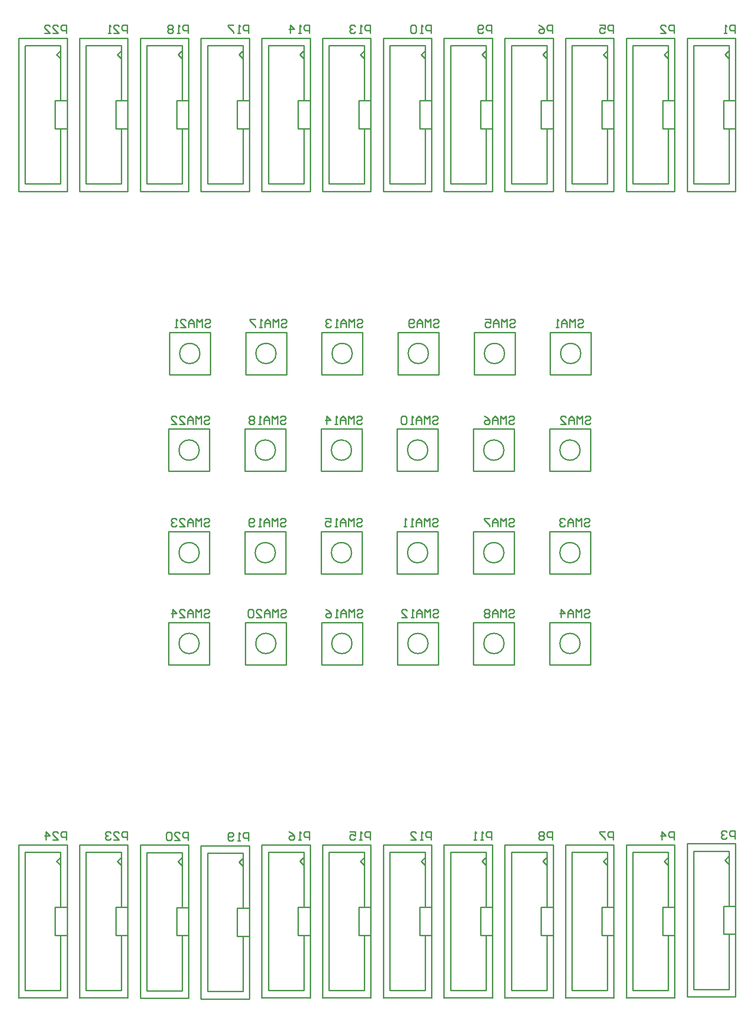
<source format=gbo>
G04*
G04 #@! TF.GenerationSoftware,Altium Limited,Altium Designer,23.7.1 (13)*
G04*
G04 Layer_Color=32896*
%FSLAX44Y44*%
%MOMM*%
G71*
G04*
G04 #@! TF.SameCoordinates,18148A51-D3F6-497A-8191-E25F5C0AB562*
G04*
G04*
G04 #@! TF.FilePolarity,Positive*
G04*
G01*
G75*
%ADD11C,0.2540*%
D11*
X490568Y1135465D02*
G03*
X490568Y1135465I-18880J0D01*
G01*
X1059782Y1315466D02*
G03*
X1059782Y1315466I-18880J0D01*
G01*
X916526Y944541D02*
G03*
X916526Y944541I-18880J0D01*
G01*
X633824Y1315466D02*
G03*
X633824Y1315466I-18880J0D01*
G01*
X490568Y944541D02*
G03*
X490568Y944541I-18880J0D01*
G01*
X1058512Y1135465D02*
G03*
X1058512Y1135465I-18880J0D01*
G01*
X916780Y775462D02*
G03*
X916780Y775462I-18880J0D01*
G01*
X632554Y1135465D02*
G03*
X632554Y1135465I-18880J0D01*
G01*
X491584Y775462D02*
G03*
X491584Y775462I-18880J0D01*
G01*
X1058512Y944541D02*
G03*
X1058512Y944541I-18880J0D01*
G01*
X775048Y775462D02*
G03*
X775048Y775462I-18880J0D01*
G01*
X632554Y944541D02*
G03*
X632554Y944541I-18880J0D01*
G01*
X349852Y1315466D02*
G03*
X349852Y1315466I-18880J0D01*
G01*
X1058512Y775462D02*
G03*
X1058512Y775462I-18880J0D01*
G01*
X633316D02*
G03*
X633316Y775462I-18880J0D01*
G01*
X774540Y944541D02*
G03*
X774540Y944541I-18880J0D01*
G01*
X348582Y1135465D02*
G03*
X348582Y1135465I-18880J0D01*
G01*
X917796Y1315466D02*
G03*
X917796Y1315466I-18880J0D01*
G01*
X491838D02*
G03*
X491838Y1315466I-18880J0D01*
G01*
X774540Y1135465D02*
G03*
X774540Y1135465I-18880J0D01*
G01*
X348582Y944541D02*
G03*
X348582Y944541I-18880J0D01*
G01*
X916526Y1135465D02*
G03*
X916526Y1135465I-18880J0D01*
G01*
X775810Y1315466D02*
G03*
X775810Y1315466I-18880J0D01*
G01*
X348582Y775462D02*
G03*
X348582Y775462I-18880J0D01*
G01*
X433588Y1096095D02*
Y1174835D01*
Y1096095D02*
X509788D01*
Y1174835D01*
X433588D02*
X509788D01*
X125208Y1617469D02*
X215208D01*
X137486Y1631440D02*
X203186D01*
X125208Y1617419D02*
Y1902432D01*
Y1902711D02*
X215208D01*
X137486Y1888488D02*
X203186D01*
X215378Y1617218D02*
Y1902178D01*
X137400Y1631417D02*
Y1888401D01*
X195820Y1871723D02*
X202170Y1878073D01*
X195820Y1871723D02*
X202678Y1864866D01*
X202932D01*
X193534Y1786125D02*
X215124D01*
X193026Y1734055D02*
Y1786125D01*
Y1734055D02*
X215124D01*
X215378Y1733802D01*
X203440Y1786380D02*
Y1888488D01*
X203186Y1786125D02*
X203440Y1786380D01*
Y1733802D02*
X203694D01*
X203440Y1631440D02*
Y1733802D01*
X1257808Y1617469D02*
X1347808D01*
X1270086Y1631440D02*
X1335786D01*
X1257808Y1617419D02*
Y1902432D01*
Y1902711D02*
X1347808D01*
X1270086Y1888488D02*
X1335786D01*
X1347978Y1617218D02*
Y1902178D01*
X1270000Y1631417D02*
Y1888401D01*
X1328420Y1871723D02*
X1334770Y1878073D01*
X1328420Y1871723D02*
X1335278Y1864866D01*
X1335532D01*
X1326134Y1786125D02*
X1347724D01*
X1325626Y1734055D02*
Y1786125D01*
Y1734055D02*
X1347724D01*
X1347978Y1733802D01*
X1336040Y1786380D02*
Y1888488D01*
X1335786Y1786125D02*
X1336040Y1786380D01*
Y1733802D02*
X1336294D01*
X1336040Y1631440D02*
Y1733802D01*
X1031288Y115568D02*
X1121288D01*
X1043566Y129537D02*
X1109266D01*
X1031288Y115517D02*
Y400530D01*
Y400810D02*
X1121288D01*
X1043566Y386586D02*
X1109266D01*
X1121458Y115316D02*
Y400276D01*
X1043480Y129515D02*
Y386499D01*
X1101900Y369822D02*
X1108250Y376171D01*
X1101900Y369822D02*
X1108758Y362963D01*
X1109012D01*
X1099614Y284223D02*
X1121204D01*
X1099106Y232153D02*
Y284223D01*
Y232153D02*
X1121204D01*
X1121458Y231900D01*
X1109520Y284478D02*
Y386586D01*
X1109266Y284223D02*
X1109520Y284478D01*
Y231900D02*
X1109774D01*
X1109520Y129537D02*
Y231900D01*
X578248Y1617469D02*
X668248D01*
X590526Y1631440D02*
X656226D01*
X578248Y1617419D02*
Y1902432D01*
Y1902711D02*
X668248D01*
X590526Y1888488D02*
X656226D01*
X668418Y1617218D02*
Y1902178D01*
X590440Y1631417D02*
Y1888401D01*
X648860Y1871723D02*
X655210Y1878073D01*
X648860Y1871723D02*
X655718Y1864866D01*
X655972D01*
X646574Y1786125D02*
X668164D01*
X646066Y1734055D02*
Y1786125D01*
Y1734055D02*
X668164D01*
X668418Y1733802D01*
X656480Y1786380D02*
Y1888488D01*
X656226Y1786125D02*
X656480Y1786380D01*
Y1733802D02*
X656734D01*
X656480Y1631440D02*
Y1733802D01*
X351728Y113792D02*
X441728D01*
X364006Y127762D02*
X429706D01*
X351728Y113741D02*
Y398755D01*
Y399034D02*
X441728D01*
X364006Y384810D02*
X429706D01*
X441898Y113540D02*
Y398501D01*
X363920Y127739D02*
Y384724D01*
X422340Y368046D02*
X428690Y374396D01*
X422340Y368046D02*
X429198Y361188D01*
X429452D01*
X420054Y282448D02*
X441644D01*
X419546Y230378D02*
Y282448D01*
Y230378D02*
X441644D01*
X441898Y230124D01*
X429960Y282702D02*
Y384810D01*
X429706Y282448D02*
X429960Y282702D01*
Y230124D02*
X430214D01*
X429960Y127762D02*
Y230124D01*
X1144548Y1617469D02*
X1234548D01*
X1156826Y1631440D02*
X1222526D01*
X1144548Y1617419D02*
Y1902432D01*
Y1902711D02*
X1234548D01*
X1156826Y1888488D02*
X1222526D01*
X1234718Y1617218D02*
Y1902178D01*
X1156740Y1631417D02*
Y1888401D01*
X1215160Y1871723D02*
X1221510Y1878073D01*
X1215160Y1871723D02*
X1222018Y1864866D01*
X1222272D01*
X1212874Y1786125D02*
X1234464D01*
X1212366Y1734055D02*
Y1786125D01*
Y1734055D02*
X1234464D01*
X1234718Y1733802D01*
X1222780Y1786380D02*
Y1888488D01*
X1222526Y1786125D02*
X1222780Y1786380D01*
Y1733802D02*
X1223034D01*
X1222780Y1631440D02*
Y1733802D01*
X918028Y115568D02*
X1008028D01*
X930306Y129537D02*
X996006D01*
X918028Y115517D02*
Y400530D01*
Y400810D02*
X1008028D01*
X930306Y386586D02*
X996006D01*
X1008198Y115316D02*
Y400276D01*
X930220Y129515D02*
Y386499D01*
X988640Y369822D02*
X994990Y376171D01*
X988640Y369822D02*
X995498Y362963D01*
X995752D01*
X986354Y284223D02*
X1007944D01*
X985846Y232153D02*
Y284223D01*
Y232153D02*
X1007944D01*
X1008198Y231900D01*
X996260Y284478D02*
Y386586D01*
X996006Y284223D02*
X996260Y284478D01*
Y231900D02*
X996514D01*
X996260Y129537D02*
Y231900D01*
X464988Y1617469D02*
X554988D01*
X477266Y1631440D02*
X542966D01*
X464988Y1617419D02*
Y1902432D01*
Y1902711D02*
X554988D01*
X477266Y1888488D02*
X542966D01*
X555158Y1617218D02*
Y1902178D01*
X477180Y1631417D02*
Y1888401D01*
X535600Y1871723D02*
X541950Y1878073D01*
X535600Y1871723D02*
X542458Y1864866D01*
X542712D01*
X533314Y1786125D02*
X554904D01*
X532806Y1734055D02*
Y1786125D01*
Y1734055D02*
X554904D01*
X555158Y1733802D01*
X543220Y1786380D02*
Y1888488D01*
X542966Y1786125D02*
X543220Y1786380D01*
Y1733802D02*
X543474D01*
X543220Y1631440D02*
Y1733802D01*
X238468Y115062D02*
X328468D01*
X250746Y129032D02*
X316446D01*
X238468Y115011D02*
Y400025D01*
Y400304D02*
X328468D01*
X250746Y386080D02*
X316446D01*
X328638Y114810D02*
Y399771D01*
X250660Y129009D02*
Y385994D01*
X309080Y369316D02*
X315430Y375666D01*
X309080Y369316D02*
X315938Y362458D01*
X316192D01*
X306794Y283718D02*
X328384D01*
X306286Y231648D02*
Y283718D01*
Y231648D02*
X328384D01*
X328638Y231394D01*
X316700Y283972D02*
Y386080D01*
X316446Y283718D02*
X316700Y283972D01*
Y231394D02*
X316954D01*
X316700Y129032D02*
Y231394D01*
X1257808Y117602D02*
X1347808D01*
X1270086Y131572D02*
X1335786D01*
X1257808Y117551D02*
Y402565D01*
Y402844D02*
X1347808D01*
X1270086Y388620D02*
X1335786D01*
X1347978Y117351D02*
Y402311D01*
X1270000Y131549D02*
Y388534D01*
X1328420Y371856D02*
X1334770Y378206D01*
X1328420Y371856D02*
X1335278Y364998D01*
X1335532D01*
X1326134Y286258D02*
X1347724D01*
X1325626Y234188D02*
Y286258D01*
Y234188D02*
X1347724D01*
X1347978Y233934D01*
X1336040Y286512D02*
Y388620D01*
X1335786Y286258D02*
X1336040Y286512D01*
Y233934D02*
X1336294D01*
X1336040Y131572D02*
Y233934D01*
X691508Y115568D02*
X781508D01*
X703786Y129537D02*
X769486D01*
X691508Y115517D02*
Y400530D01*
Y400810D02*
X781508D01*
X703786Y386586D02*
X769486D01*
X781678Y115316D02*
Y400276D01*
X703700Y129515D02*
Y386499D01*
X762120Y369822D02*
X768470Y376171D01*
X762120Y369822D02*
X768978Y362963D01*
X769232D01*
X759834Y284223D02*
X781424D01*
X759326Y232153D02*
Y284223D01*
Y232153D02*
X781424D01*
X781678Y231900D01*
X769740Y284478D02*
Y386586D01*
X769486Y284223D02*
X769740Y284478D01*
Y231900D02*
X769994D01*
X769740Y129537D02*
Y231900D01*
X578248Y115568D02*
X668248D01*
X590526Y129537D02*
X656226D01*
X578248Y115517D02*
Y400530D01*
Y400810D02*
X668248D01*
X590526Y386586D02*
X656226D01*
X668418Y115316D02*
Y400276D01*
X590440Y129515D02*
Y386499D01*
X648860Y369822D02*
X655210Y376171D01*
X648860Y369822D02*
X655718Y362963D01*
X655972D01*
X646574Y284223D02*
X668164D01*
X646066Y232153D02*
Y284223D01*
Y232153D02*
X668164D01*
X668418Y231900D01*
X656480Y284478D02*
Y386586D01*
X656226Y284223D02*
X656480Y284478D01*
Y231900D02*
X656734D01*
X656480Y129537D02*
Y231900D01*
X11948Y1617469D02*
X101948D01*
X24226Y1631440D02*
X89926D01*
X11948Y1617419D02*
Y1902432D01*
Y1902711D02*
X101948D01*
X24226Y1888488D02*
X89926D01*
X102118Y1617218D02*
Y1902178D01*
X24140Y1631417D02*
Y1888401D01*
X82560Y1871723D02*
X88910Y1878073D01*
X82560Y1871723D02*
X89418Y1864866D01*
X89672D01*
X80274Y1786125D02*
X101864D01*
X79766Y1734055D02*
Y1786125D01*
Y1734055D02*
X101864D01*
X102118Y1733802D01*
X90180Y1786380D02*
Y1888488D01*
X89926Y1786125D02*
X90180Y1786380D01*
Y1733802D02*
X90434D01*
X90180Y1631440D02*
Y1733802D01*
X1144548Y115568D02*
X1234548D01*
X1156826Y129537D02*
X1222526D01*
X1144548Y115517D02*
Y400530D01*
Y400810D02*
X1234548D01*
X1156826Y386586D02*
X1222526D01*
X1234718Y115316D02*
Y400276D01*
X1156740Y129515D02*
Y386499D01*
X1215160Y369822D02*
X1221510Y376171D01*
X1215160Y369822D02*
X1222018Y362963D01*
X1222272D01*
X1212874Y284223D02*
X1234464D01*
X1212366Y232153D02*
Y284223D01*
Y232153D02*
X1234464D01*
X1234718Y231900D01*
X1222780Y284478D02*
Y386586D01*
X1222526Y284223D02*
X1222780Y284478D01*
Y231900D02*
X1223034D01*
X1222780Y129537D02*
Y231900D01*
X464988Y115568D02*
X554988D01*
X477266Y129537D02*
X542966D01*
X464988Y115517D02*
Y400530D01*
Y400810D02*
X554988D01*
X477266Y386586D02*
X542966D01*
X555158Y115316D02*
Y400276D01*
X477180Y129515D02*
Y386499D01*
X535600Y369822D02*
X541950Y376171D01*
X535600Y369822D02*
X542458Y362963D01*
X542712D01*
X533314Y284223D02*
X554904D01*
X532806Y232153D02*
Y284223D01*
Y232153D02*
X554904D01*
X555158Y231900D01*
X543220Y284478D02*
Y386586D01*
X542966Y284223D02*
X543220Y284478D01*
Y231900D02*
X543474D01*
X543220Y129537D02*
Y231900D01*
X804768Y115568D02*
X894768D01*
X817046Y129537D02*
X882746D01*
X804768Y115517D02*
Y400530D01*
Y400810D02*
X894768D01*
X817046Y386586D02*
X882746D01*
X894938Y115316D02*
Y400276D01*
X816960Y129515D02*
Y386499D01*
X875380Y369822D02*
X881730Y376171D01*
X875380Y369822D02*
X882238Y362963D01*
X882492D01*
X873094Y284223D02*
X894684D01*
X872586Y232153D02*
Y284223D01*
Y232153D02*
X894684D01*
X894938Y231900D01*
X883000Y284478D02*
Y386586D01*
X882746Y284223D02*
X883000Y284478D01*
Y231900D02*
X883254D01*
X883000Y129537D02*
Y231900D01*
X238468Y1617469D02*
X328468D01*
X250746Y1631440D02*
X316446D01*
X238468Y1617419D02*
Y1902432D01*
Y1902711D02*
X328468D01*
X250746Y1888488D02*
X316446D01*
X328638Y1617218D02*
Y1902178D01*
X250660Y1631417D02*
Y1888401D01*
X309080Y1871723D02*
X315430Y1878073D01*
X309080Y1871723D02*
X315938Y1864866D01*
X316192D01*
X306794Y1786125D02*
X328384D01*
X306286Y1734055D02*
Y1786125D01*
Y1734055D02*
X328384D01*
X328638Y1733802D01*
X316700Y1786380D02*
Y1888488D01*
X316446Y1786125D02*
X316700Y1786380D01*
Y1733802D02*
X316954D01*
X316700Y1631440D02*
Y1733802D01*
X1031288Y1617469D02*
X1121288D01*
X1043566Y1631440D02*
X1109266D01*
X1031288Y1617419D02*
Y1902432D01*
Y1902711D02*
X1121288D01*
X1043566Y1888488D02*
X1109266D01*
X1121458Y1617218D02*
Y1902178D01*
X1043480Y1631417D02*
Y1888401D01*
X1101900Y1871723D02*
X1108250Y1878073D01*
X1101900Y1871723D02*
X1108758Y1864866D01*
X1109012D01*
X1099614Y1786125D02*
X1121204D01*
X1099106Y1734055D02*
Y1786125D01*
Y1734055D02*
X1121204D01*
X1121458Y1733802D01*
X1109520Y1786380D02*
Y1888488D01*
X1109266Y1786125D02*
X1109520Y1786380D01*
Y1733802D02*
X1109774D01*
X1109520Y1631440D02*
Y1733802D01*
X351728Y1617469D02*
X441728D01*
X364006Y1631440D02*
X429706D01*
X351728Y1617419D02*
Y1902432D01*
Y1902711D02*
X441728D01*
X364006Y1888488D02*
X429706D01*
X441898Y1617218D02*
Y1902178D01*
X363920Y1631417D02*
Y1888401D01*
X422340Y1871723D02*
X428690Y1878073D01*
X422340Y1871723D02*
X429198Y1864866D01*
X429452D01*
X420054Y1786125D02*
X441644D01*
X419546Y1734055D02*
Y1786125D01*
Y1734055D02*
X441644D01*
X441898Y1733802D01*
X429960Y1786380D02*
Y1888488D01*
X429706Y1786125D02*
X429960Y1786380D01*
Y1733802D02*
X430214D01*
X429960Y1631440D02*
Y1733802D01*
X691508Y1617469D02*
X781508D01*
X703786Y1631440D02*
X769486D01*
X691508Y1617419D02*
Y1902432D01*
Y1902711D02*
X781508D01*
X703786Y1888488D02*
X769486D01*
X781678Y1617218D02*
Y1902178D01*
X703700Y1631417D02*
Y1888401D01*
X762120Y1871723D02*
X768470Y1878073D01*
X762120Y1871723D02*
X768978Y1864866D01*
X769232D01*
X759834Y1786125D02*
X781424D01*
X759326Y1734055D02*
Y1786125D01*
Y1734055D02*
X781424D01*
X781678Y1733802D01*
X769740Y1786380D02*
Y1888488D01*
X769486Y1786125D02*
X769740Y1786380D01*
Y1733802D02*
X769994D01*
X769740Y1631440D02*
Y1733802D01*
X125208Y115568D02*
X215208D01*
X137486Y129537D02*
X203186D01*
X125208Y115517D02*
Y400530D01*
Y400810D02*
X215208D01*
X137486Y386586D02*
X203186D01*
X215378Y115316D02*
Y400276D01*
X137400Y129515D02*
Y386499D01*
X195820Y369822D02*
X202170Y376171D01*
X195820Y369822D02*
X202678Y362963D01*
X202932D01*
X193534Y284223D02*
X215124D01*
X193026Y232153D02*
Y284223D01*
Y232153D02*
X215124D01*
X215378Y231900D01*
X203440Y284478D02*
Y386586D01*
X203186Y284223D02*
X203440Y284478D01*
Y231900D02*
X203694D01*
X203440Y129537D02*
Y231900D01*
X918028Y1617469D02*
X1008028D01*
X930306Y1631440D02*
X996006D01*
X918028Y1617419D02*
Y1902432D01*
Y1902711D02*
X1008028D01*
X930306Y1888488D02*
X996006D01*
X1008198Y1617218D02*
Y1902178D01*
X930220Y1631417D02*
Y1888401D01*
X988640Y1871723D02*
X994990Y1878073D01*
X988640Y1871723D02*
X995498Y1864866D01*
X995752D01*
X986354Y1786125D02*
X1007944D01*
X985846Y1734055D02*
Y1786125D01*
Y1734055D02*
X1007944D01*
X1008198Y1733802D01*
X996260Y1786380D02*
Y1888488D01*
X996006Y1786125D02*
X996260Y1786380D01*
Y1733802D02*
X996514D01*
X996260Y1631440D02*
Y1733802D01*
X804768Y1617469D02*
X894768D01*
X817046Y1631440D02*
X882746D01*
X804768Y1617419D02*
Y1902432D01*
Y1902711D02*
X894768D01*
X817046Y1888488D02*
X882746D01*
X894938Y1617218D02*
Y1902178D01*
X816960Y1631417D02*
Y1888401D01*
X875380Y1871723D02*
X881730Y1878073D01*
X875380Y1871723D02*
X882238Y1864866D01*
X882492D01*
X873094Y1786125D02*
X894684D01*
X872586Y1734055D02*
Y1786125D01*
Y1734055D02*
X894684D01*
X894938Y1733802D01*
X883000Y1786380D02*
Y1888488D01*
X882746Y1786125D02*
X883000Y1786380D01*
Y1733802D02*
X883254D01*
X883000Y1631440D02*
Y1733802D01*
X11948Y115568D02*
X101948D01*
X24226Y129537D02*
X89926D01*
X11948Y115517D02*
Y400530D01*
Y400810D02*
X101948D01*
X24226Y386586D02*
X89926D01*
X102118Y115316D02*
Y400276D01*
X24140Y129515D02*
Y386499D01*
X82560Y369822D02*
X88910Y376171D01*
X82560Y369822D02*
X89418Y362963D01*
X89672D01*
X80274Y284223D02*
X101864D01*
X79766Y232153D02*
Y284223D01*
Y232153D02*
X101864D01*
X102118Y231900D01*
X90180Y284478D02*
Y386586D01*
X89926Y284223D02*
X90180Y284478D01*
Y231900D02*
X90434D01*
X90180Y129537D02*
Y231900D01*
X1002802Y1276096D02*
Y1354836D01*
Y1276096D02*
X1079002D01*
Y1354836D01*
X1002802D02*
X1079002D01*
X935746Y905171D02*
Y983911D01*
X859546D02*
X935746D01*
X859546Y905171D02*
Y983911D01*
Y905171D02*
X935746D01*
X576844Y1276096D02*
Y1354836D01*
Y1276096D02*
X653044D01*
Y1354836D01*
X576844D02*
X653044D01*
X509788Y905171D02*
Y983911D01*
X433588D02*
X509788D01*
X433588Y905171D02*
Y983911D01*
Y905171D02*
X509788D01*
X1001532Y1096095D02*
Y1174835D01*
Y1096095D02*
X1077732D01*
Y1174835D01*
X1001532D02*
X1077732D01*
X936000Y736092D02*
Y814832D01*
X859800D02*
X936000D01*
X859800Y736092D02*
Y814832D01*
Y736092D02*
X936000D01*
X575574Y1096095D02*
Y1174835D01*
Y1096095D02*
X651774D01*
Y1174835D01*
X575574D02*
X651774D01*
X510804Y736092D02*
Y814832D01*
X434604D02*
X510804D01*
X434604Y736092D02*
Y814832D01*
Y736092D02*
X510804D01*
X1077732Y905171D02*
Y983911D01*
X1001532D02*
X1077732D01*
X1001532Y905171D02*
Y983911D01*
Y905171D02*
X1077732D01*
X794268Y736092D02*
Y814832D01*
X718068D02*
X794268D01*
X718068Y736092D02*
Y814832D01*
Y736092D02*
X794268D01*
X651774Y905171D02*
Y983911D01*
X575574D02*
X651774D01*
X575574Y905171D02*
Y983911D01*
Y905171D02*
X651774D01*
X292872Y1276096D02*
Y1354836D01*
Y1276096D02*
X369072D01*
Y1354836D01*
X292872D02*
X369072D01*
X1077732Y736092D02*
Y814832D01*
X1001532D02*
X1077732D01*
X1001532Y736092D02*
Y814832D01*
Y736092D02*
X1077732D01*
X652536D02*
Y814832D01*
X576336D02*
X652536D01*
X576336Y736092D02*
Y814832D01*
Y736092D02*
X652536D01*
X793760Y905171D02*
Y983911D01*
X717560D02*
X793760D01*
X717560Y905171D02*
Y983911D01*
Y905171D02*
X793760D01*
X291602Y1096095D02*
Y1174835D01*
Y1096095D02*
X367802D01*
Y1174835D01*
X291602D02*
X367802D01*
X860816Y1276096D02*
Y1354836D01*
Y1276096D02*
X937016D01*
Y1354836D01*
X860816D02*
X937016D01*
X434858Y1276096D02*
Y1354836D01*
Y1276096D02*
X511058D01*
Y1354836D01*
X434858D02*
X511058D01*
X717560Y1096095D02*
Y1174835D01*
Y1096095D02*
X793760D01*
Y1174835D01*
X717560D02*
X793760D01*
X367802Y905171D02*
Y983911D01*
X291602D02*
X367802D01*
X291602Y905171D02*
Y983911D01*
Y905171D02*
X367802D01*
X859546Y1096095D02*
Y1174835D01*
Y1096095D02*
X935746D01*
Y1174835D01*
X859546D02*
X935746D01*
X718830Y1276096D02*
Y1354836D01*
Y1276096D02*
X795030D01*
Y1354836D01*
X718830D02*
X795030D01*
X367802Y736092D02*
Y814832D01*
X291602D02*
X367802D01*
X291602Y736092D02*
Y814832D01*
Y736092D02*
X367802D01*
X499631Y1196336D02*
X502170Y1198875D01*
X507249D01*
X509788Y1196336D01*
Y1193797D01*
X507249Y1191257D01*
X502170D01*
X499631Y1188718D01*
Y1186179D01*
X502170Y1183640D01*
X507249D01*
X509788Y1186179D01*
X494553Y1183640D02*
Y1198875D01*
X489475Y1193797D01*
X484396Y1198875D01*
Y1183640D01*
X479318D02*
Y1193797D01*
X474240Y1198875D01*
X469161Y1193797D01*
Y1183640D01*
Y1191257D01*
X479318D01*
X464083Y1183640D02*
X459004D01*
X461544D01*
Y1198875D01*
X464083Y1196336D01*
X451387D02*
X448848Y1198875D01*
X443769D01*
X441230Y1196336D01*
Y1193797D01*
X443769Y1191257D01*
X441230Y1188718D01*
Y1186179D01*
X443769Y1183640D01*
X448848D01*
X451387Y1186179D01*
Y1188718D01*
X448848Y1191257D01*
X451387Y1193797D01*
Y1196336D01*
X448848Y1191257D02*
X443769D01*
X214132Y1911604D02*
Y1926839D01*
X206514D01*
X203975Y1924300D01*
Y1919221D01*
X206514Y1916682D01*
X214132D01*
X188740Y1911604D02*
X198897D01*
X188740Y1921761D01*
Y1924300D01*
X191279Y1926839D01*
X196358D01*
X198897Y1924300D01*
X183662Y1911604D02*
X178584D01*
X181123D01*
Y1926839D01*
X183662Y1924300D01*
X1346718Y1911604D02*
Y1926839D01*
X1339100D01*
X1336561Y1924300D01*
Y1919221D01*
X1339100Y1916682D01*
X1346718D01*
X1331483Y1911604D02*
X1326405D01*
X1328944D01*
Y1926839D01*
X1331483Y1924300D01*
X1120150Y409702D02*
Y424937D01*
X1112533D01*
X1109993Y422398D01*
Y417319D01*
X1112533Y414780D01*
X1120150D01*
X1104915Y424937D02*
X1094758D01*
Y422398D01*
X1104915Y412241D01*
Y409702D01*
X667268Y1911604D02*
Y1926839D01*
X659650D01*
X657111Y1924300D01*
Y1919221D01*
X659650Y1916682D01*
X667268D01*
X652033Y1911604D02*
X646955D01*
X649494D01*
Y1926839D01*
X652033Y1924300D01*
X639337D02*
X636798Y1926839D01*
X631720D01*
X629180Y1924300D01*
Y1921761D01*
X631720Y1919221D01*
X634259D01*
X631720D01*
X629180Y1916682D01*
Y1914143D01*
X631720Y1911604D01*
X636798D01*
X639337Y1914143D01*
X440700Y407924D02*
Y423159D01*
X433083D01*
X430543Y420620D01*
Y415541D01*
X433083Y413002D01*
X440700D01*
X425465Y407924D02*
X420387D01*
X422926D01*
Y423159D01*
X425465Y420620D01*
X412769Y410463D02*
X410230Y407924D01*
X405151D01*
X402612Y410463D01*
Y420620D01*
X405151Y423159D01*
X410230D01*
X412769Y420620D01*
Y418081D01*
X410230Y415541D01*
X402612D01*
X1233434Y1911604D02*
Y1926839D01*
X1225816D01*
X1223277Y1924300D01*
Y1919221D01*
X1225816Y1916682D01*
X1233434D01*
X1208042Y1911604D02*
X1218199D01*
X1208042Y1921761D01*
Y1924300D01*
X1210581Y1926839D01*
X1215660D01*
X1218199Y1924300D01*
X1006866Y409702D02*
Y424937D01*
X999249D01*
X996709Y422398D01*
Y417319D01*
X999249Y414780D01*
X1006866D01*
X991631Y422398D02*
X989092Y424937D01*
X984013D01*
X981474Y422398D01*
Y419859D01*
X984013Y417319D01*
X981474Y414780D01*
Y412241D01*
X984013Y409702D01*
X989092D01*
X991631Y412241D01*
Y414780D01*
X989092Y417319D01*
X991631Y419859D01*
Y422398D01*
X989092Y417319D02*
X984013D01*
X553984Y1911604D02*
Y1926839D01*
X546367D01*
X543827Y1924300D01*
Y1919221D01*
X546367Y1916682D01*
X553984D01*
X538749Y1911604D02*
X533671D01*
X536210D01*
Y1926839D01*
X538749Y1924300D01*
X518436Y1911604D02*
Y1926839D01*
X526053Y1919221D01*
X515896D01*
X327416Y409194D02*
Y424429D01*
X319799D01*
X317259Y421890D01*
Y416811D01*
X319799Y414272D01*
X327416D01*
X302024Y409194D02*
X312181D01*
X302024Y419351D01*
Y421890D01*
X304563Y424429D01*
X309642D01*
X312181Y421890D01*
X296946D02*
X294407Y424429D01*
X289328D01*
X286789Y421890D01*
Y411733D01*
X289328Y409194D01*
X294407D01*
X296946Y411733D01*
Y421890D01*
X1346718Y411734D02*
Y426969D01*
X1339100D01*
X1336561Y424430D01*
Y419352D01*
X1339100Y416812D01*
X1346718D01*
X1331483Y424430D02*
X1328944Y426969D01*
X1323865D01*
X1321326Y424430D01*
Y421891D01*
X1323865Y419352D01*
X1326405D01*
X1323865D01*
X1321326Y416812D01*
Y414273D01*
X1323865Y411734D01*
X1328944D01*
X1331483Y414273D01*
X780298Y409702D02*
Y424937D01*
X772681D01*
X770141Y422398D01*
Y417319D01*
X772681Y414780D01*
X780298D01*
X765063Y409702D02*
X759985D01*
X762524D01*
Y424937D01*
X765063Y422398D01*
X742210Y409702D02*
X752367D01*
X742210Y419859D01*
Y422398D01*
X744750Y424937D01*
X749828D01*
X752367Y422398D01*
X667268Y409702D02*
Y424937D01*
X659650D01*
X657111Y422398D01*
Y417319D01*
X659650Y414780D01*
X667268D01*
X652033Y409702D02*
X646955D01*
X649494D01*
Y424937D01*
X652033Y422398D01*
X629180Y424937D02*
X639337D01*
Y417319D01*
X634259Y419859D01*
X631720D01*
X629180Y417319D01*
Y412241D01*
X631720Y409702D01*
X636798D01*
X639337Y412241D01*
X100848Y1911604D02*
Y1926839D01*
X93230D01*
X90691Y1924300D01*
Y1919221D01*
X93230Y1916682D01*
X100848D01*
X75456Y1911604D02*
X85613D01*
X75456Y1921761D01*
Y1924300D01*
X77995Y1926839D01*
X83074D01*
X85613Y1924300D01*
X60221Y1911604D02*
X70378D01*
X60221Y1921761D01*
Y1924300D01*
X62760Y1926839D01*
X67839D01*
X70378Y1924300D01*
X1233434Y409702D02*
Y424937D01*
X1225816D01*
X1223277Y422398D01*
Y417319D01*
X1225816Y414780D01*
X1233434D01*
X1210581Y409702D02*
Y424937D01*
X1218199Y417319D01*
X1208042D01*
X553984Y409702D02*
Y424937D01*
X546367D01*
X543827Y422398D01*
Y417319D01*
X546367Y414780D01*
X553984D01*
X538749Y409702D02*
X533671D01*
X536210D01*
Y424937D01*
X538749Y422398D01*
X515896Y424937D02*
X520975Y422398D01*
X526053Y417319D01*
Y412241D01*
X523514Y409702D01*
X518436D01*
X515896Y412241D01*
Y414780D01*
X518436Y417319D01*
X526053D01*
X893582Y409702D02*
Y424937D01*
X885965D01*
X883425Y422398D01*
Y417319D01*
X885965Y414780D01*
X893582D01*
X878347Y409702D02*
X873269D01*
X875808D01*
Y424937D01*
X878347Y422398D01*
X865651Y409702D02*
X860573D01*
X863112D01*
Y424937D01*
X865651Y422398D01*
X327416Y1911604D02*
Y1926839D01*
X319799D01*
X317259Y1924300D01*
Y1919221D01*
X319799Y1916682D01*
X327416D01*
X312181Y1911604D02*
X307103D01*
X309642D01*
Y1926839D01*
X312181Y1924300D01*
X299485D02*
X296946Y1926839D01*
X291868D01*
X289328Y1924300D01*
Y1921761D01*
X291868Y1919221D01*
X289328Y1916682D01*
Y1914143D01*
X291868Y1911604D01*
X296946D01*
X299485Y1914143D01*
Y1916682D01*
X296946Y1919221D01*
X299485Y1921761D01*
Y1924300D01*
X296946Y1919221D02*
X291868D01*
X1120150Y1911604D02*
Y1926839D01*
X1112533D01*
X1109993Y1924300D01*
Y1919221D01*
X1112533Y1916682D01*
X1120150D01*
X1094758Y1926839D02*
X1104915D01*
Y1919221D01*
X1099837Y1921761D01*
X1097297D01*
X1094758Y1919221D01*
Y1914143D01*
X1097297Y1911604D01*
X1102376D01*
X1104915Y1914143D01*
X440700Y1911604D02*
Y1926839D01*
X433083D01*
X430543Y1924300D01*
Y1919221D01*
X433083Y1916682D01*
X440700D01*
X425465Y1911604D02*
X420387D01*
X422926D01*
Y1926839D01*
X425465Y1924300D01*
X412769Y1926839D02*
X402612D01*
Y1924300D01*
X412769Y1914143D01*
Y1911604D01*
X780298D02*
Y1926839D01*
X772681D01*
X770141Y1924300D01*
Y1919221D01*
X772681Y1916682D01*
X780298D01*
X765063Y1911604D02*
X759985D01*
X762524D01*
Y1926839D01*
X765063Y1924300D01*
X752367D02*
X749828Y1926839D01*
X744750D01*
X742210Y1924300D01*
Y1914143D01*
X744750Y1911604D01*
X749828D01*
X752367Y1914143D01*
Y1924300D01*
X214132Y409702D02*
Y424937D01*
X206514D01*
X203975Y422398D01*
Y417319D01*
X206514Y414780D01*
X214132D01*
X188740Y409702D02*
X198897D01*
X188740Y419859D01*
Y422398D01*
X191279Y424937D01*
X196358D01*
X198897Y422398D01*
X183662D02*
X181123Y424937D01*
X176044D01*
X173505Y422398D01*
Y419859D01*
X176044Y417319D01*
X178584D01*
X176044D01*
X173505Y414780D01*
Y412241D01*
X176044Y409702D01*
X181123D01*
X183662Y412241D01*
X1006866Y1911604D02*
Y1926839D01*
X999249D01*
X996709Y1924300D01*
Y1919221D01*
X999249Y1916682D01*
X1006866D01*
X981474Y1926839D02*
X986553Y1924300D01*
X991631Y1919221D01*
Y1914143D01*
X989092Y1911604D01*
X984013D01*
X981474Y1914143D01*
Y1916682D01*
X984013Y1919221D01*
X991631D01*
X893582Y1911604D02*
Y1926839D01*
X885965D01*
X883425Y1924300D01*
Y1919221D01*
X885965Y1916682D01*
X893582D01*
X878347Y1914143D02*
X875808Y1911604D01*
X870729D01*
X868190Y1914143D01*
Y1924300D01*
X870729Y1926839D01*
X875808D01*
X878347Y1924300D01*
Y1921761D01*
X875808Y1919221D01*
X868190D01*
X100848Y409702D02*
Y424937D01*
X93230D01*
X90691Y422398D01*
Y417319D01*
X93230Y414780D01*
X100848D01*
X75456Y409702D02*
X85613D01*
X75456Y419859D01*
Y422398D01*
X77995Y424937D01*
X83074D01*
X85613Y422398D01*
X62760Y409702D02*
Y424937D01*
X70378Y417319D01*
X60221D01*
X1054103Y1376676D02*
X1056643Y1379215D01*
X1061721D01*
X1064260Y1376676D01*
Y1374137D01*
X1061721Y1371597D01*
X1056643D01*
X1054103Y1369058D01*
Y1366519D01*
X1056643Y1363980D01*
X1061721D01*
X1064260Y1366519D01*
X1049025Y1363980D02*
Y1379215D01*
X1043947Y1374137D01*
X1038868Y1379215D01*
Y1363980D01*
X1033790D02*
Y1374137D01*
X1028711Y1379215D01*
X1023633Y1374137D01*
Y1363980D01*
Y1371597D01*
X1033790D01*
X1018555Y1363980D02*
X1013476D01*
X1016016D01*
Y1379215D01*
X1018555Y1376676D01*
X925589Y1005582D02*
X928129Y1008121D01*
X933207D01*
X935746Y1005582D01*
Y1003043D01*
X933207Y1000503D01*
X928129D01*
X925589Y997964D01*
Y995425D01*
X928129Y992886D01*
X933207D01*
X935746Y995425D01*
X920511Y992886D02*
Y1008121D01*
X915433Y1003043D01*
X910354Y1008121D01*
Y992886D01*
X905276D02*
Y1003043D01*
X900198Y1008121D01*
X895119Y1003043D01*
Y992886D01*
Y1000503D01*
X905276D01*
X890041Y1008121D02*
X879884D01*
Y1005582D01*
X890041Y995425D01*
Y992886D01*
X642887Y1376422D02*
X645426Y1378961D01*
X650505D01*
X653044Y1376422D01*
Y1373883D01*
X650505Y1371344D01*
X645426D01*
X642887Y1368804D01*
Y1366265D01*
X645426Y1363726D01*
X650505D01*
X653044Y1366265D01*
X637809Y1363726D02*
Y1378961D01*
X632731Y1373883D01*
X627652Y1378961D01*
Y1363726D01*
X622574D02*
Y1373883D01*
X617495Y1378961D01*
X612417Y1373883D01*
Y1363726D01*
Y1371344D01*
X622574D01*
X607339Y1363726D02*
X602260D01*
X604800D01*
Y1378961D01*
X607339Y1376422D01*
X594643D02*
X592104Y1378961D01*
X587025D01*
X584486Y1376422D01*
Y1373883D01*
X587025Y1371344D01*
X589565D01*
X587025D01*
X584486Y1368804D01*
Y1366265D01*
X587025Y1363726D01*
X592104D01*
X594643Y1366265D01*
X499631Y1005582D02*
X502170Y1008121D01*
X507249D01*
X509788Y1005582D01*
Y1003043D01*
X507249Y1000503D01*
X502170D01*
X499631Y997964D01*
Y995425D01*
X502170Y992886D01*
X507249D01*
X509788Y995425D01*
X494553Y992886D02*
Y1008121D01*
X489475Y1003043D01*
X484396Y1008121D01*
Y992886D01*
X479318D02*
Y1003043D01*
X474240Y1008121D01*
X469161Y1003043D01*
Y992886D01*
Y1000503D01*
X479318D01*
X464083Y992886D02*
X459004D01*
X461544D01*
Y1008121D01*
X464083Y1005582D01*
X451387Y995425D02*
X448848Y992886D01*
X443769D01*
X441230Y995425D01*
Y1005582D01*
X443769Y1008121D01*
X448848D01*
X451387Y1005582D01*
Y1003043D01*
X448848Y1000503D01*
X441230D01*
X1067575Y1196336D02*
X1070115Y1198875D01*
X1075193D01*
X1077732Y1196336D01*
Y1193797D01*
X1075193Y1191257D01*
X1070115D01*
X1067575Y1188718D01*
Y1186179D01*
X1070115Y1183640D01*
X1075193D01*
X1077732Y1186179D01*
X1062497Y1183640D02*
Y1198875D01*
X1057419Y1193797D01*
X1052340Y1198875D01*
Y1183640D01*
X1047262D02*
Y1193797D01*
X1042184Y1198875D01*
X1037105Y1193797D01*
Y1183640D01*
Y1191257D01*
X1047262D01*
X1021870Y1183640D02*
X1032027D01*
X1021870Y1193797D01*
Y1196336D01*
X1024409Y1198875D01*
X1029488D01*
X1032027Y1196336D01*
X925843Y836418D02*
X928382Y838957D01*
X933461D01*
X936000Y836418D01*
Y833879D01*
X933461Y831339D01*
X928382D01*
X925843Y828800D01*
Y826261D01*
X928382Y823722D01*
X933461D01*
X936000Y826261D01*
X920765Y823722D02*
Y838957D01*
X915687Y833879D01*
X910608Y838957D01*
Y823722D01*
X905530D02*
Y833879D01*
X900452Y838957D01*
X895373Y833879D01*
Y823722D01*
Y831339D01*
X905530D01*
X890295Y836418D02*
X887756Y838957D01*
X882677D01*
X880138Y836418D01*
Y833879D01*
X882677Y831339D01*
X880138Y828800D01*
Y826261D01*
X882677Y823722D01*
X887756D01*
X890295Y826261D01*
Y828800D01*
X887756Y831339D01*
X890295Y833879D01*
Y836418D01*
X887756Y831339D02*
X882677D01*
X641617Y1196336D02*
X644156Y1198875D01*
X649235D01*
X651774Y1196336D01*
Y1193797D01*
X649235Y1191257D01*
X644156D01*
X641617Y1188718D01*
Y1186179D01*
X644156Y1183640D01*
X649235D01*
X651774Y1186179D01*
X636539Y1183640D02*
Y1198875D01*
X631461Y1193797D01*
X626382Y1198875D01*
Y1183640D01*
X621304D02*
Y1193797D01*
X616226Y1198875D01*
X611147Y1193797D01*
Y1183640D01*
Y1191257D01*
X621304D01*
X606069Y1183640D02*
X600990D01*
X603530D01*
Y1198875D01*
X606069Y1196336D01*
X585755Y1183640D02*
Y1198875D01*
X593373Y1191257D01*
X583216D01*
X500647Y836418D02*
X503186Y838957D01*
X508265D01*
X510804Y836418D01*
Y833879D01*
X508265Y831339D01*
X503186D01*
X500647Y828800D01*
Y826261D01*
X503186Y823722D01*
X508265D01*
X510804Y826261D01*
X495569Y823722D02*
Y838957D01*
X490491Y833879D01*
X485412Y838957D01*
Y823722D01*
X480334D02*
Y833879D01*
X475256Y838957D01*
X470177Y833879D01*
Y823722D01*
Y831339D01*
X480334D01*
X454942Y823722D02*
X465099D01*
X454942Y833879D01*
Y836418D01*
X457481Y838957D01*
X462560D01*
X465099Y836418D01*
X449864D02*
X447324Y838957D01*
X442246D01*
X439707Y836418D01*
Y826261D01*
X442246Y823722D01*
X447324D01*
X449864Y826261D01*
Y836418D01*
X1066305Y1005582D02*
X1068845Y1008121D01*
X1073923D01*
X1076462Y1005582D01*
Y1003043D01*
X1073923Y1000503D01*
X1068845D01*
X1066305Y997964D01*
Y995425D01*
X1068845Y992886D01*
X1073923D01*
X1076462Y995425D01*
X1061227Y992886D02*
Y1008121D01*
X1056149Y1003043D01*
X1051070Y1008121D01*
Y992886D01*
X1045992D02*
Y1003043D01*
X1040913Y1008121D01*
X1035835Y1003043D01*
Y992886D01*
Y1000503D01*
X1045992D01*
X1030757Y1005582D02*
X1028218Y1008121D01*
X1023139D01*
X1020600Y1005582D01*
Y1003043D01*
X1023139Y1000503D01*
X1025678D01*
X1023139D01*
X1020600Y997964D01*
Y995425D01*
X1023139Y992886D01*
X1028218D01*
X1030757Y995425D01*
X784111Y836418D02*
X786650Y838957D01*
X791729D01*
X794268Y836418D01*
Y833879D01*
X791729Y831339D01*
X786650D01*
X784111Y828800D01*
Y826261D01*
X786650Y823722D01*
X791729D01*
X794268Y826261D01*
X779033Y823722D02*
Y838957D01*
X773955Y833879D01*
X768876Y838957D01*
Y823722D01*
X763798D02*
Y833879D01*
X758719Y838957D01*
X753641Y833879D01*
Y823722D01*
Y831339D01*
X763798D01*
X748563Y823722D02*
X743484D01*
X746024D01*
Y838957D01*
X748563Y836418D01*
X725710Y823722D02*
X735867D01*
X725710Y833879D01*
Y836418D01*
X728249Y838957D01*
X733328D01*
X735867Y836418D01*
X641617Y1005582D02*
X644156Y1008121D01*
X649235D01*
X651774Y1005582D01*
Y1003043D01*
X649235Y1000503D01*
X644156D01*
X641617Y997964D01*
Y995425D01*
X644156Y992886D01*
X649235D01*
X651774Y995425D01*
X636539Y992886D02*
Y1008121D01*
X631461Y1003043D01*
X626382Y1008121D01*
Y992886D01*
X621304D02*
Y1003043D01*
X616226Y1008121D01*
X611147Y1003043D01*
Y992886D01*
Y1000503D01*
X621304D01*
X606069Y992886D02*
X600990D01*
X603530D01*
Y1008121D01*
X606069Y1005582D01*
X583216Y1008121D02*
X593373D01*
Y1000503D01*
X588295Y1003043D01*
X585755D01*
X583216Y1000503D01*
Y995425D01*
X585755Y992886D01*
X590834D01*
X593373Y995425D01*
X358915Y1376422D02*
X361455Y1378961D01*
X366533D01*
X369072Y1376422D01*
Y1373883D01*
X366533Y1371344D01*
X361455D01*
X358915Y1368804D01*
Y1366265D01*
X361455Y1363726D01*
X366533D01*
X369072Y1366265D01*
X353837Y1363726D02*
Y1378961D01*
X348759Y1373883D01*
X343680Y1378961D01*
Y1363726D01*
X338602D02*
Y1373883D01*
X333523Y1378961D01*
X328445Y1373883D01*
Y1363726D01*
Y1371344D01*
X338602D01*
X313210Y1363726D02*
X323367D01*
X313210Y1373883D01*
Y1376422D01*
X315749Y1378961D01*
X320828D01*
X323367Y1376422D01*
X308132Y1363726D02*
X303053D01*
X305592D01*
Y1378961D01*
X308132Y1376422D01*
X1066305Y836418D02*
X1068845Y838957D01*
X1073923D01*
X1076462Y836418D01*
Y833879D01*
X1073923Y831339D01*
X1068845D01*
X1066305Y828800D01*
Y826261D01*
X1068845Y823722D01*
X1073923D01*
X1076462Y826261D01*
X1061227Y823722D02*
Y838957D01*
X1056149Y833879D01*
X1051070Y838957D01*
Y823722D01*
X1045992D02*
Y833879D01*
X1040913Y838957D01*
X1035835Y833879D01*
Y823722D01*
Y831339D01*
X1045992D01*
X1023139Y823722D02*
Y838957D01*
X1030757Y831339D01*
X1020600D01*
X642379Y836418D02*
X644919Y838957D01*
X649997D01*
X652536Y836418D01*
Y833879D01*
X649997Y831339D01*
X644919D01*
X642379Y828800D01*
Y826261D01*
X644919Y823722D01*
X649997D01*
X652536Y826261D01*
X637301Y823722D02*
Y838957D01*
X632223Y833879D01*
X627144Y838957D01*
Y823722D01*
X622066D02*
Y833879D01*
X616987Y838957D01*
X611909Y833879D01*
Y823722D01*
Y831339D01*
X622066D01*
X606831Y823722D02*
X601752D01*
X604292D01*
Y838957D01*
X606831Y836418D01*
X583978Y838957D02*
X589057Y836418D01*
X594135Y831339D01*
Y826261D01*
X591596Y823722D01*
X586517D01*
X583978Y826261D01*
Y828800D01*
X586517Y831339D01*
X594135D01*
X783603Y1005582D02*
X786143Y1008121D01*
X791221D01*
X793760Y1005582D01*
Y1003043D01*
X791221Y1000503D01*
X786143D01*
X783603Y997964D01*
Y995425D01*
X786143Y992886D01*
X791221D01*
X793760Y995425D01*
X778525Y992886D02*
Y1008121D01*
X773447Y1003043D01*
X768368Y1008121D01*
Y992886D01*
X763290D02*
Y1003043D01*
X758212Y1008121D01*
X753133Y1003043D01*
Y992886D01*
Y1000503D01*
X763290D01*
X748055Y992886D02*
X742976D01*
X745516D01*
Y1008121D01*
X748055Y1005582D01*
X735359Y992886D02*
X730281D01*
X732820D01*
Y1008121D01*
X735359Y1005582D01*
X357645Y1196336D02*
X360185Y1198875D01*
X365263D01*
X367802Y1196336D01*
Y1193797D01*
X365263Y1191257D01*
X360185D01*
X357645Y1188718D01*
Y1186179D01*
X360185Y1183640D01*
X365263D01*
X367802Y1186179D01*
X352567Y1183640D02*
Y1198875D01*
X347489Y1193797D01*
X342410Y1198875D01*
Y1183640D01*
X337332D02*
Y1193797D01*
X332253Y1198875D01*
X327175Y1193797D01*
Y1183640D01*
Y1191257D01*
X337332D01*
X311940Y1183640D02*
X322097D01*
X311940Y1193797D01*
Y1196336D01*
X314479Y1198875D01*
X319558D01*
X322097Y1196336D01*
X296705Y1183640D02*
X306862D01*
X296705Y1193797D01*
Y1196336D01*
X299244Y1198875D01*
X304322D01*
X306862Y1196336D01*
X926859Y1376422D02*
X929398Y1378961D01*
X934477D01*
X937016Y1376422D01*
Y1373883D01*
X934477Y1371344D01*
X929398D01*
X926859Y1368804D01*
Y1366265D01*
X929398Y1363726D01*
X934477D01*
X937016Y1366265D01*
X921781Y1363726D02*
Y1378961D01*
X916703Y1373883D01*
X911624Y1378961D01*
Y1363726D01*
X906546D02*
Y1373883D01*
X901468Y1378961D01*
X896389Y1373883D01*
Y1363726D01*
Y1371344D01*
X906546D01*
X881154Y1378961D02*
X891311D01*
Y1371344D01*
X886232Y1373883D01*
X883693D01*
X881154Y1371344D01*
Y1366265D01*
X883693Y1363726D01*
X888772D01*
X891311Y1366265D01*
X500901Y1376422D02*
X503441Y1378961D01*
X508519D01*
X511058Y1376422D01*
Y1373883D01*
X508519Y1371344D01*
X503441D01*
X500901Y1368804D01*
Y1366265D01*
X503441Y1363726D01*
X508519D01*
X511058Y1366265D01*
X495823Y1363726D02*
Y1378961D01*
X490745Y1373883D01*
X485666Y1378961D01*
Y1363726D01*
X480588D02*
Y1373883D01*
X475509Y1378961D01*
X470431Y1373883D01*
Y1363726D01*
Y1371344D01*
X480588D01*
X465353Y1363726D02*
X460274D01*
X462814D01*
Y1378961D01*
X465353Y1376422D01*
X452657Y1378961D02*
X442500D01*
Y1376422D01*
X452657Y1366265D01*
Y1363726D01*
X783603Y1196336D02*
X786143Y1198875D01*
X791221D01*
X793760Y1196336D01*
Y1193797D01*
X791221Y1191257D01*
X786143D01*
X783603Y1188718D01*
Y1186179D01*
X786143Y1183640D01*
X791221D01*
X793760Y1186179D01*
X778525Y1183640D02*
Y1198875D01*
X773447Y1193797D01*
X768368Y1198875D01*
Y1183640D01*
X763290D02*
Y1193797D01*
X758212Y1198875D01*
X753133Y1193797D01*
Y1183640D01*
Y1191257D01*
X763290D01*
X748055Y1183640D02*
X742976D01*
X745516D01*
Y1198875D01*
X748055Y1196336D01*
X735359D02*
X732820Y1198875D01*
X727741D01*
X725202Y1196336D01*
Y1186179D01*
X727741Y1183640D01*
X732820D01*
X735359Y1186179D01*
Y1196336D01*
X357645Y1005582D02*
X360185Y1008121D01*
X365263D01*
X367802Y1005582D01*
Y1003043D01*
X365263Y1000503D01*
X360185D01*
X357645Y997964D01*
Y995425D01*
X360185Y992886D01*
X365263D01*
X367802Y995425D01*
X352567Y992886D02*
Y1008121D01*
X347489Y1003043D01*
X342410Y1008121D01*
Y992886D01*
X337332D02*
Y1003043D01*
X332253Y1008121D01*
X327175Y1003043D01*
Y992886D01*
Y1000503D01*
X337332D01*
X311940Y992886D02*
X322097D01*
X311940Y1003043D01*
Y1005582D01*
X314479Y1008121D01*
X319558D01*
X322097Y1005582D01*
X306862D02*
X304322Y1008121D01*
X299244D01*
X296705Y1005582D01*
Y1003043D01*
X299244Y1000503D01*
X301783D01*
X299244D01*
X296705Y997964D01*
Y995425D01*
X299244Y992886D01*
X304322D01*
X306862Y995425D01*
X925589Y1196336D02*
X928129Y1198875D01*
X933207D01*
X935746Y1196336D01*
Y1193797D01*
X933207Y1191257D01*
X928129D01*
X925589Y1188718D01*
Y1186179D01*
X928129Y1183640D01*
X933207D01*
X935746Y1186179D01*
X920511Y1183640D02*
Y1198875D01*
X915433Y1193797D01*
X910354Y1198875D01*
Y1183640D01*
X905276D02*
Y1193797D01*
X900198Y1198875D01*
X895119Y1193797D01*
Y1183640D01*
Y1191257D01*
X905276D01*
X879884Y1198875D02*
X884962Y1196336D01*
X890041Y1191257D01*
Y1186179D01*
X887502Y1183640D01*
X882423D01*
X879884Y1186179D01*
Y1188718D01*
X882423Y1191257D01*
X890041D01*
X784873Y1376422D02*
X787412Y1378961D01*
X792491D01*
X795030Y1376422D01*
Y1373883D01*
X792491Y1371344D01*
X787412D01*
X784873Y1368804D01*
Y1366265D01*
X787412Y1363726D01*
X792491D01*
X795030Y1366265D01*
X779795Y1363726D02*
Y1378961D01*
X774717Y1373883D01*
X769638Y1378961D01*
Y1363726D01*
X764560D02*
Y1373883D01*
X759482Y1378961D01*
X754403Y1373883D01*
Y1363726D01*
Y1371344D01*
X764560D01*
X749325Y1366265D02*
X746786Y1363726D01*
X741707D01*
X739168Y1366265D01*
Y1376422D01*
X741707Y1378961D01*
X746786D01*
X749325Y1376422D01*
Y1373883D01*
X746786Y1371344D01*
X739168D01*
X357645Y836418D02*
X360185Y838957D01*
X365263D01*
X367802Y836418D01*
Y833879D01*
X365263Y831339D01*
X360185D01*
X357645Y828800D01*
Y826261D01*
X360185Y823722D01*
X365263D01*
X367802Y826261D01*
X352567Y823722D02*
Y838957D01*
X347489Y833879D01*
X342410Y838957D01*
Y823722D01*
X337332D02*
Y833879D01*
X332253Y838957D01*
X327175Y833879D01*
Y823722D01*
Y831339D01*
X337332D01*
X311940Y823722D02*
X322097D01*
X311940Y833879D01*
Y836418D01*
X314479Y838957D01*
X319558D01*
X322097Y836418D01*
X299244Y823722D02*
Y838957D01*
X306862Y831339D01*
X296705D01*
M02*

</source>
